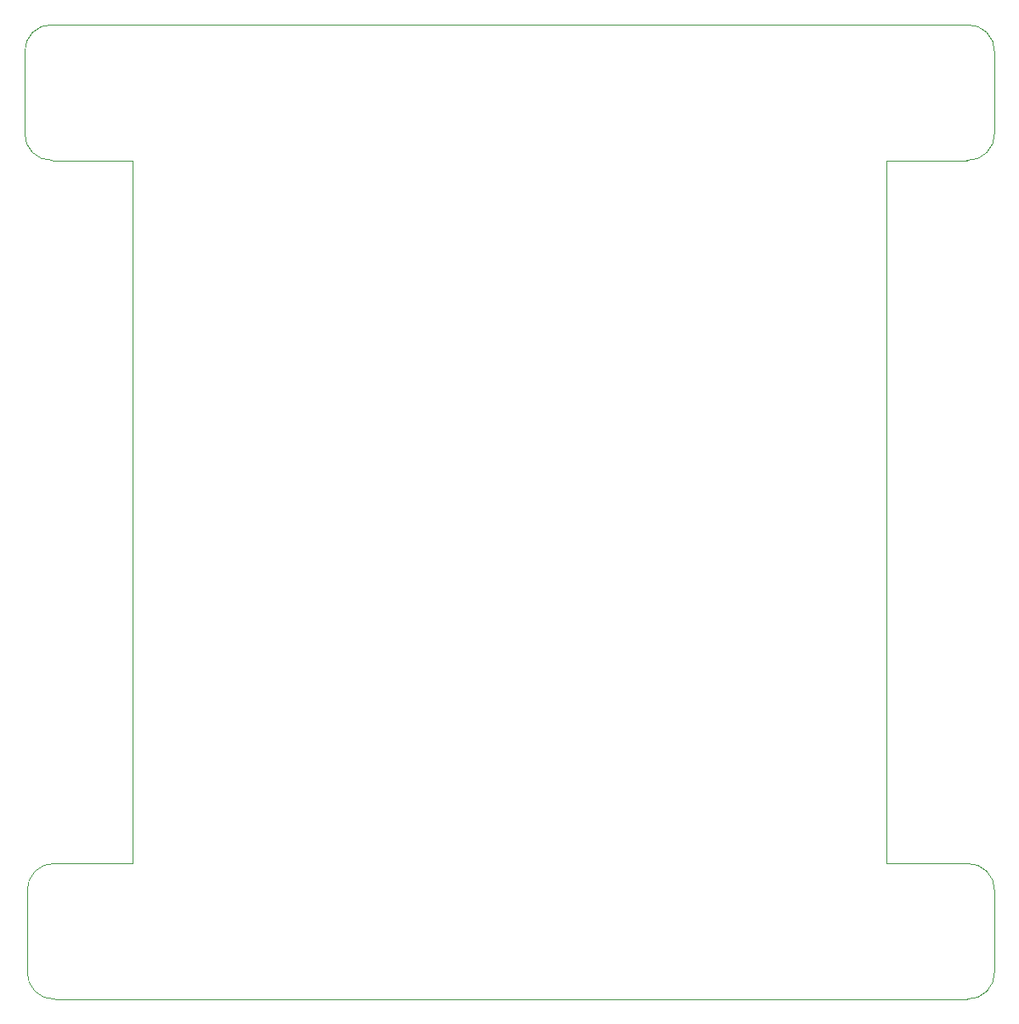
<source format=gbr>
%TF.GenerationSoftware,KiCad,Pcbnew,(6.0.9)*%
%TF.CreationDate,2022-12-13T13:26:20-05:00*%
%TF.ProjectId,Team5_Coaster_post_mdr_100x100,5465616d-355f-4436-9f61-737465725f70,rev?*%
%TF.SameCoordinates,Original*%
%TF.FileFunction,Profile,NP*%
%FSLAX46Y46*%
G04 Gerber Fmt 4.6, Leading zero omitted, Abs format (unit mm)*
G04 Created by KiCad (PCBNEW (6.0.9)) date 2022-12-13 13:26:20*
%MOMM*%
%LPD*%
G01*
G04 APERTURE LIST*
%TA.AperFunction,Profile*%
%ADD10C,0.100000*%
%TD*%
G04 APERTURE END LIST*
D10*
X81250000Y-73000000D02*
X89250000Y-73000000D01*
X81250000Y-59500000D02*
G75*
G03*
X78500000Y-62250000I-114399J-2635601D01*
G01*
X78500000Y-70250000D02*
G75*
G03*
X81250000Y-73000000I2635598J-114402D01*
G01*
X78500000Y-70250000D02*
X78500000Y-62250000D01*
X81250000Y-59500000D02*
X89250000Y-59500000D01*
X172364399Y-73000000D02*
X164364399Y-73000000D01*
X175114399Y-62250000D02*
X175114399Y-70250000D01*
X175114400Y-62250000D02*
G75*
G03*
X172364399Y-59500000I-2635600J114400D01*
G01*
X172364399Y-59500000D02*
X164364399Y-59500000D01*
X172364399Y-72999999D02*
G75*
G03*
X175114399Y-70250000I114401J2635599D01*
G01*
X81500000Y-143000000D02*
G75*
G03*
X78750000Y-145750000I-114400J-2635600D01*
G01*
X78750000Y-153750000D02*
X78750000Y-145750000D01*
X81500000Y-143000000D02*
X89250000Y-143000000D01*
X81500000Y-156500000D02*
X89500000Y-156500000D01*
X78750000Y-153750000D02*
G75*
G03*
X81500000Y-156500000I2635600J-114400D01*
G01*
X172364399Y-143000000D02*
X164364399Y-143000000D01*
X175114399Y-145750000D02*
G75*
G03*
X172364399Y-143000000I-2635598J114402D01*
G01*
X175114399Y-145750000D02*
X175114399Y-153750000D01*
X172364399Y-156500000D02*
X164364399Y-156500000D01*
X172364399Y-156500000D02*
G75*
G03*
X175114399Y-153750000I114399J2635601D01*
G01*
X164364399Y-143000000D02*
X164364399Y-73000000D01*
X89250000Y-59500000D02*
X164364399Y-59500000D01*
X89250000Y-73000000D02*
X89250000Y-143000000D01*
X89500000Y-156500000D02*
X164364399Y-156500000D01*
M02*

</source>
